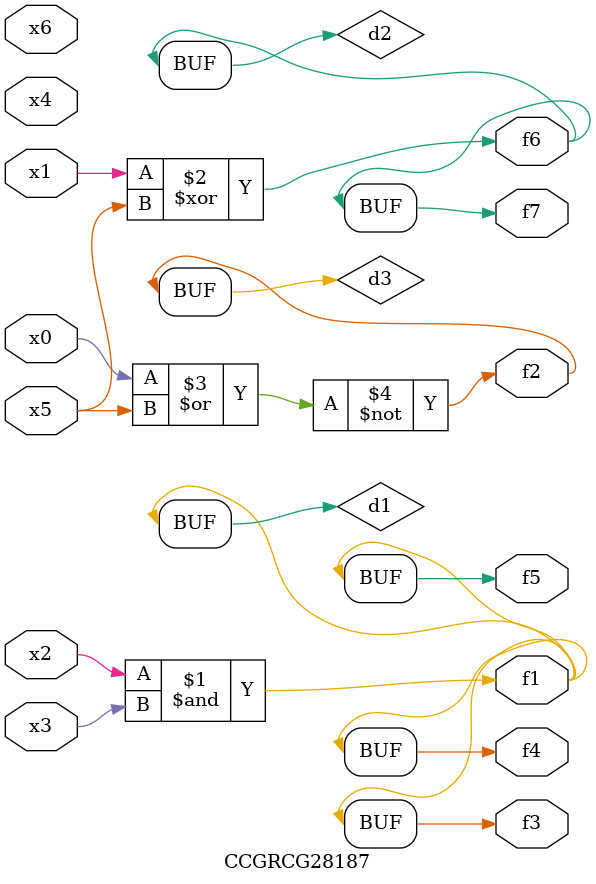
<source format=v>
module CCGRCG28187(
	input x0, x1, x2, x3, x4, x5, x6,
	output f1, f2, f3, f4, f5, f6, f7
);

	wire d1, d2, d3;

	and (d1, x2, x3);
	xor (d2, x1, x5);
	nor (d3, x0, x5);
	assign f1 = d1;
	assign f2 = d3;
	assign f3 = d1;
	assign f4 = d1;
	assign f5 = d1;
	assign f6 = d2;
	assign f7 = d2;
endmodule

</source>
